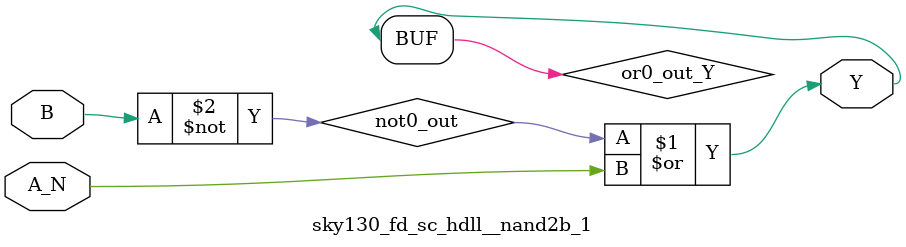
<source format=v>
/*
 * Copyright 2020 The SkyWater PDK Authors
 *
 * Licensed under the Apache License, Version 2.0 (the "License");
 * you may not use this file except in compliance with the License.
 * You may obtain a copy of the License at
 *
 *     https://www.apache.org/licenses/LICENSE-2.0
 *
 * Unless required by applicable law or agreed to in writing, software
 * distributed under the License is distributed on an "AS IS" BASIS,
 * WITHOUT WARRANTIES OR CONDITIONS OF ANY KIND, either express or implied.
 * See the License for the specific language governing permissions and
 * limitations under the License.
 *
 * SPDX-License-Identifier: Apache-2.0
*/


`ifndef SKY130_FD_SC_HDLL__NAND2B_1_FUNCTIONAL_V
`define SKY130_FD_SC_HDLL__NAND2B_1_FUNCTIONAL_V

/**
 * nand2b: 2-input NAND, first input inverted.
 *
 * Verilog simulation functional model.
 */

`timescale 1ns / 1ps
`default_nettype none

`celldefine
module sky130_fd_sc_hdll__nand2b_1 (
    Y  ,
    A_N,
    B
);

    // Module ports
    output Y  ;
    input  A_N;
    input  B  ;

    // Local signals
    wire not0_out ;
    wire or0_out_Y;

    //  Name  Output     Other arguments
    not not0 (not0_out , B              );
    or  or0  (or0_out_Y, not0_out, A_N  );
    buf buf0 (Y        , or0_out_Y      );

endmodule
`endcelldefine

`default_nettype wire
`endif  // SKY130_FD_SC_HDLL__NAND2B_1_FUNCTIONAL_V

</source>
